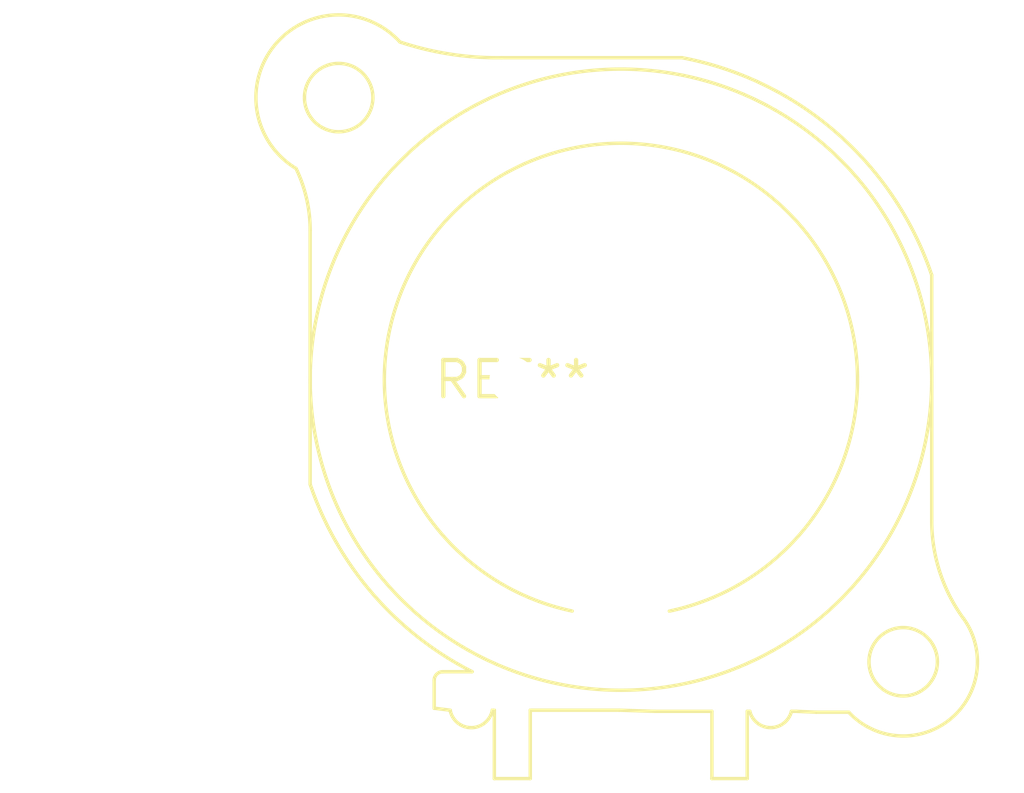
<source format=kicad_pcb>
(kicad_pcb (version 20240108) (generator pcbnew)
  (layers (0 "F.Cu" signal) (31 "B.Cu" signal) (34 "B.Paste" user) (35 "F.Paste" user) (36 "B.SilkS" user "B.Silkscreen") (37 "F.SilkS" user "F.Silkscreen") (38 "B.Mask" user) (39 "F.Mask" user) (44 "Edge.Cuts" user))
  (net 0 "")
  (footprint "Jack_XLR_Neutrik_NC3MAV-0_Vertical" (layer "F.Cu") (at 0 0)
    (property "Reference" "REF**")
    (property "Value" "Jack_XLR_Neutrik_NC3MAV-0_Vertical")
    (fp_line (start -7.09 3.67) (end -7.09 -5.24) (layer "F.SilkS") (stroke (width 0.12)))
    (fp_line (start -2.74 11.53) (end -2.74 10.55) (layer "F.SilkS") (stroke (width 0.12)))
    (fp_line (start -2.74 11.53) (end -2.18 11.6) (layer "F.SilkS") (stroke (width 0.12)))
    (fp_line (start -1.41 10.25) (end -2.44 10.25) (layer "F.SilkS") (stroke (width 0.12)))
    (fp_line (start -0.7 11.6) (end -0.63 11.6) (layer "F.SilkS") (stroke (width 0.12)))
    (fp_line (start -0.63 11.6) (end -0.63 14) (layer "F.SilkS") (stroke (width 0.12)))
    (fp_line (start 0.63 11.6) (end 0.63 14) (layer "F.SilkS") (stroke (width 0.12)))
    (fp_line (start 0.63 11.6) (end 3.76 11.6) (layer "F.SilkS") (stroke (width 0.12)))
    (fp_line (start 0.63 14) (end -0.63 14) (layer "F.SilkS") (stroke (width 0.12)))
    (fp_line (start 3.76 11.6) (end 5 11.64) (layer "F.SilkS") (stroke (width 0.12)))
    (fp_line (start 5 11.64) (end 7 11.64) (layer "F.SilkS") (stroke (width 0.12)))
    (fp_line (start 5.95 -11.3) (end -0.36 -11.3) (layer "F.SilkS") (stroke (width 0.12)))
    (fp_line (start 7 11.64) (end 7 14) (layer "F.SilkS") (stroke (width 0.12)))
    (fp_line (start 8.24 11.64) (end 8.24 14) (layer "F.SilkS") (stroke (width 0.12)))
    (fp_line (start 8.24 11.64) (end 8.33 11.64) (layer "F.SilkS") (stroke (width 0.12)))
    (fp_line (start 8.24 14) (end 7 14) (layer "F.SilkS") (stroke (width 0.12)))
    (fp_line (start 9.79 11.64) (end 9.96 11.64) (layer "F.SilkS") (stroke (width 0.12)))
    (fp_line (start 9.96 11.64) (end 10.66 11.67) (layer "F.SilkS") (stroke (width 0.12)))
    (fp_line (start 10.66 11.67) (end 11.8 11.67) (layer "F.SilkS") (stroke (width 0.12)))
    (fp_line (start 14.71 -3.67) (end 14.71 4.95) (layer "F.SilkS") (stroke (width 0.12)))
    (fp_arc (start -7.593301 -7.417041) (mid -8.329941 -11.745986) (end -3.94 -11.85) (layer "F.SilkS") (stroke (width 0.12)))
    (fp_arc (start -7.585604 -7.412632) (mid -7.215472 -6.354221) (end -7.09 -5.24) (layer "F.SilkS") (stroke (width 0.12)))
    (fp_arc (start -2.74 10.55) (mid -2.652132 10.337868) (end -2.44 10.25) (layer "F.SilkS") (stroke (width 0.12)))
    (fp_arc (start -1.409988 10.248445) (mid -4.895314 7.51641) (end -7.09 3.67) (layer "F.SilkS") (stroke (width 0.12)))
    (fp_arc (start -0.699936 11.599661) (mid -1.439828 12.213127) (end -2.18 11.6) (layer "F.SilkS") (stroke (width 0.12)))
    (fp_arc (start -0.36 -11.3) (mid -2.1728 -11.424322) (end -3.939109 -11.850762) (layer "F.SilkS") (stroke (width 0.12)))
    (fp_arc (start 2.1 8.12) (mid 3.816114 -8.2981) (end 5.508033 8.122511) (layer "F.SilkS") (stroke (width 0.12)))
    (fp_arc (start 5.963496 -11.297847) (mid 11.369395 -8.668013) (end 14.71 -3.67) (layer "F.SilkS") (stroke (width 0.12)))
    (fp_arc (start 9.789694 11.641238) (mid 9.059362 12.211864) (end 8.33 11.64) (layer "F.SilkS") (stroke (width 0.12)))
    (fp_arc (start 15.815277 8.372002) (mid 14.993173 6.748036) (end 14.71 4.95) (layer "F.SilkS") (stroke (width 0.12)))
    (fp_arc (start 15.818809 8.372281) (mid 15.361853 11.913053) (end 11.8 11.67) (layer "F.SilkS") (stroke (width 0.12)))
    (fp_circle (center -6.09 -9.9) (end -4.89 -9.9) (layer "F.SilkS") (stroke (width 0.12)) (fill none))
    (fp_circle (center 3.81 0) (end 14.71 0) (layer "F.SilkS") (stroke (width 0.12)) (fill none))
    (fp_circle (center 13.71 9.9) (end 14.91 9.9) (layer "F.SilkS") (stroke (width 0.12)) (fill none))
    (pad "1" thru_hole circle (at 0 0) (size 3.4 3.4) (drill 1.6) (layers *.Cu *.Mask) (remove_unused_layers))
    (pad "2" thru_hole circle (at 7.62 0) (size 3.4 3.4) (drill 1.6) (layers *.Cu *.Mask) (remove_unused_layers))
    (pad "3" thru_hole circle (at 3.81 3.81) (size 3.4 3.4) (drill 1.6) (layers *.Cu *.Mask) (remove_unused_layers))
    (pad "G" thru_hole circle (at 3.81 8.25) (size 2.9 2.9) (drill 1.2) (layers *.Cu *.Mask) (remove_unused_layers))
  )
)
</source>
